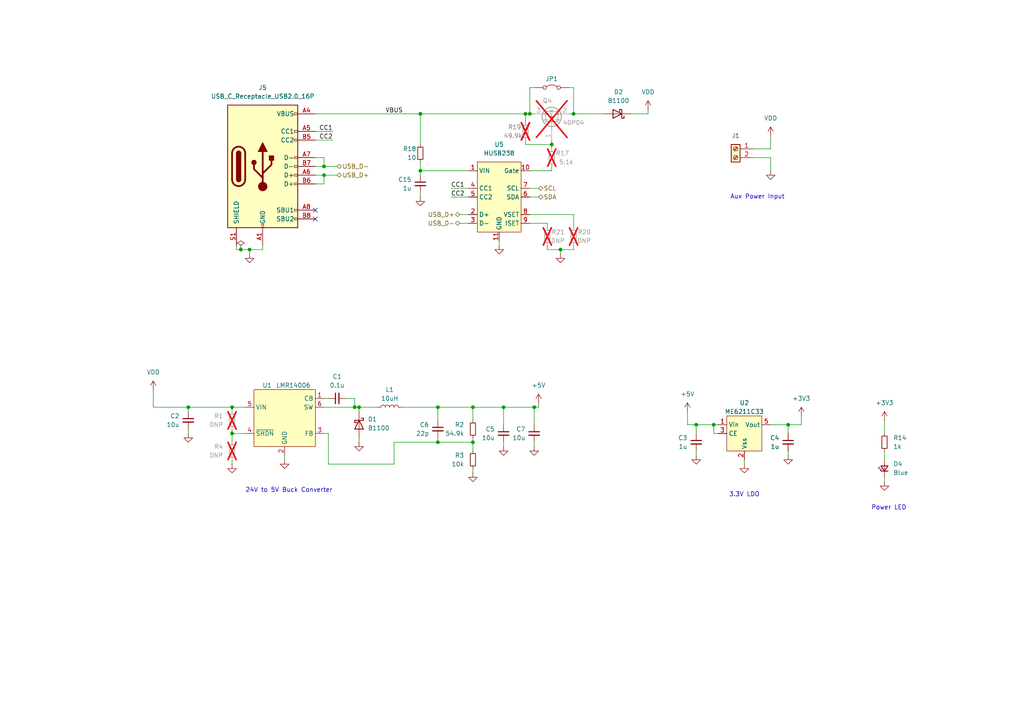
<source format=kicad_sch>
(kicad_sch (version 20231120) (generator "eeschema") (generator_version "8.0")
  (paper "A4")
  (lib_symbols
    (symbol "Connector:Screw_Terminal_01x02" (pin_names (offset 1.016) hide)
      (property "Reference" "J" (at 0 2.54 0))
      (property "Value" "Screw_Terminal_01x02" (at 0 -5.08 0))
      (symbol "Screw_Terminal_01x02_1_1"
        (rectangle (start -1.27 1.27) (end 1.27 -3.81) (stroke (width 0.254)) (fill (type background)))
        (circle (center 0 -2.54) (radius 0.635) (stroke (width 0.1524)))
        (polyline (pts (xy -0.5334 -2.2098) (xy 0.3302 -3.048)) (stroke (width 0.1524)))
        (polyline (pts (xy -0.5334 0.3302) (xy 0.3302 -0.508)) (stroke (width 0.1524)))
        (polyline (pts (xy -0.3556 -2.032) (xy 0.508 -2.8702)) (stroke (width 0.1524)))
        (polyline (pts (xy -0.3556 0.508) (xy 0.508 -0.3302)) (stroke (width 0.1524)))
        (circle (center 0 0) (radius 0.635) (stroke (width 0.1524)))
        (pin passive line (at -5.08 0 0) (length 3.81) (name "Pin_1") (number "1"))
        (pin passive line (at -5.08 -2.54 0) (length 3.81) (name "Pin_2") (number "2"))
      )
    )
    (symbol "Connector:USB_C_Receptacle_USB2.0_16P" (pin_names (offset 1.016))
      (property "Reference" "J" (at 0 22.225 0))
      (property "Value" "USB_C_Receptacle_USB2.0_16P" (at 0 19.685 0))
      (symbol "USB_C_Receptacle_USB2.0_16P_0_0"
        (rectangle (start -0.254 -17.78) (end 0.254 -16.764))
        (rectangle (start 10.16 -14.986) (end 9.144 -15.494))
        (rectangle (start 10.16 -12.446) (end 9.144 -12.954))
        (rectangle (start 10.16 -4.826) (end 9.144 -5.334))
        (rectangle (start 10.16 -2.286) (end 9.144 -2.794))
        (rectangle (start 10.16 0.254) (end 9.144 -0.254))
        (rectangle (start 10.16 2.794) (end 9.144 2.286))
        (rectangle (start 10.16 7.874) (end 9.144 7.366))
        (rectangle (start 10.16 10.414) (end 9.144 9.906))
        (rectangle (start 10.16 15.494) (end 9.144 14.986))
      )
      (symbol "USB_C_Receptacle_USB2.0_16P_0_1"
        (rectangle (start -10.16 17.78) (end 10.16 -17.78) (stroke (width 0.254)) (fill (type background)))
        (arc (start -8.89 -3.81) (mid -6.985 -5.7067) (end -5.08 -3.81) (stroke (width 0.508)))
        (arc (start -7.62 -3.81) (mid -6.985 -4.4423) (end -6.35 -3.81) (stroke (width 0.254)))
        (arc (start -7.62 -3.81) (mid -6.985 -4.4423) (end -6.35 -3.81) (stroke (width 0.254)) (fill (type outline)))
        (rectangle (start -7.62 -3.81) (end -6.35 3.81) (stroke (width 0.254)) (fill (type outline)))
        (arc (start -6.35 3.81) (mid -6.985 4.4423) (end -7.62 3.81) (stroke (width 0.254)))
        (arc (start -6.35 3.81) (mid -6.985 4.4423) (end -7.62 3.81) (stroke (width 0.254)) (fill (type outline)))
        (arc (start -5.08 3.81) (mid -6.985 5.7067) (end -8.89 3.81) (stroke (width 0.508)))
        (circle (center -2.54 1.143) (radius 0.635) (stroke (width 0.254)) (fill (type outline)))
        (circle (center 0 -5.842) (radius 1.27) (fill (type outline)))
        (polyline (pts (xy -8.89 -3.81) (xy -8.89 3.81)) (stroke (width 0.508)))
        (polyline (pts (xy -5.08 3.81) (xy -5.08 -3.81)) (stroke (width 0.508)))
        (polyline (pts (xy 0 -5.842) (xy 0 4.318)) (stroke (width 0.508)))
        (polyline (pts (xy 0 -3.302) (xy -2.54 -0.762) (xy -2.54 0.508)) (stroke (width 0.508)))
        (polyline (pts (xy 0 -2.032) (xy 2.54 0.508) (xy 2.54 1.778)) (stroke (width 0.508)))
        (polyline (pts (xy -1.27 4.318) (xy 0 6.858) (xy 1.27 4.318) (xy -1.27 4.318)) (stroke (width 0.254)) (fill (type outline)))
        (rectangle (start 1.905 1.778) (end 3.175 3.048) (stroke (width 0.254)) (fill (type outline)))
      )
      (symbol "USB_C_Receptacle_USB2.0_16P_1_1"
        (pin passive line (at 0 -22.86 90) (length 5.08) (name "GND") (number "A1"))
        (pin passive line (at 0 -22.86 90) (length 5.08) hide (name "GND") (number "A12"))
        (pin passive line (at 15.24 15.24 180) (length 5.08) (name "VBUS") (number "A4"))
        (pin bidirectional line (at 15.24 10.16 180) (length 5.08) (name "CC1") (number "A5"))
        (pin bidirectional line (at 15.24 -2.54 180) (length 5.08) (name "D+") (number "A6"))
        (pin bidirectional line (at 15.24 2.54 180) (length 5.08) (name "D-") (number "A7"))
        (pin bidirectional line (at 15.24 -12.7 180) (length 5.08) (name "SBU1") (number "A8"))
        (pin passive line (at 15.24 15.24 180) (length 5.08) hide (name "VBUS") (number "A9"))
        (pin passive line (at 0 -22.86 90) (length 5.08) hide (name "GND") (number "B1"))
        (pin passive line (at 0 -22.86 90) (length 5.08) hide (name "GND") (number "B12"))
        (pin passive line (at 15.24 15.24 180) (length 5.08) hide (name "VBUS") (number "B4"))
        (pin bidirectional line (at 15.24 7.62 180) (length 5.08) (name "CC2") (number "B5"))
        (pin bidirectional line (at 15.24 -5.08 180) (length 5.08) (name "D+") (number "B6"))
        (pin bidirectional line (at 15.24 0 180) (length 5.08) (name "D-") (number "B7"))
        (pin bidirectional line (at 15.24 -15.24 180) (length 5.08) (name "SBU2") (number "B8"))
        (pin passive line (at 15.24 15.24 180) (length 5.08) hide (name "VBUS") (number "B9"))
        (pin passive line (at -7.62 -22.86 90) (length 5.08) (name "SHIELD") (number "S1"))
      )
    )
    (symbol "Device:C_Small" (pin_numbers hide) (pin_names (offset 0.254) hide)
      (property "Reference" "C" (at 0.254 1.778 0))
      (property "Value" "C_Small" (at 0.254 -2.032 0))
      (symbol "C_Small_0_1"
        (polyline (pts (xy -1.524 -0.508) (xy 1.524 -0.508)) (stroke (width 0.3302)))
        (polyline (pts (xy -1.524 0.508) (xy 1.524 0.508)) (stroke (width 0.3048)))
      )
      (symbol "C_Small_1_1"
        (pin passive line (at 0 2.54 270) (length 2.032) (name "~") (number "1"))
        (pin passive line (at 0 -2.54 90) (length 2.032) (name "~") (number "2"))
      )
    )
    (symbol "Device:D_Schottky" (pin_numbers hide) (pin_names (offset 1.016) hide)
      (property "Reference" "D" (at 0 2.54 0))
      (property "Value" "D_Schottky" (at 0 -2.54 0))
      (symbol "D_Schottky_0_1"
        (polyline (pts (xy 1.27 0) (xy -1.27 0)))
        (polyline (pts (xy 1.27 1.27) (xy 1.27 -1.27) (xy -1.27 0) (xy 1.27 1.27)) (stroke (width 0.254)))
        (polyline (pts (xy -1.905 0.635) (xy -1.905 1.27) (xy -1.27 1.27) (xy -1.27 -1.27) (xy -0.635 -1.27) (xy -0.635 -0.635)) (stroke (width 0.254)))
      )
      (symbol "D_Schottky_1_1"
        (pin passive line (at -3.81 0 0) (length 2.54) (name "K") (number "1"))
        (pin passive line (at 3.81 0 180) (length 2.54) (name "A") (number "2"))
      )
    )
    (symbol "Device:L" (pin_numbers hide) (pin_names (offset 1.016) hide)
      (property "Reference" "L" (at -1.27 0 90))
      (property "Value" "L" (at 1.905 0 90))
      (symbol "L_0_1"
        (arc (start 0 -2.54) (mid 0.6323 -1.905) (end 0 -1.27))
        (arc (start 0 -1.27) (mid 0.6323 -0.635) (end 0 0))
        (arc (start 0 0) (mid 0.6323 0.635) (end 0 1.27))
        (arc (start 0 1.27) (mid 0.6323 1.905) (end 0 2.54))
      )
      (symbol "L_1_1"
        (pin passive line (at 0 3.81 270) (length 1.27) (name "1") (number "1"))
        (pin passive line (at 0 -3.81 90) (length 1.27) (name "2") (number "2"))
      )
    )
    (symbol "Device:LED_Small" (pin_numbers hide) (pin_names (offset 0.254) hide)
      (property "Reference" "D" (at -1.27 3.175 0))
      (property "Value" "LED_Small" (at -4.445 -2.54 0))
      (symbol "LED_Small_0_1"
        (polyline (pts (xy -0.762 -1.016) (xy -0.762 1.016)) (stroke (width 0.254)))
        (polyline (pts (xy 1.016 0) (xy -0.762 0)))
        (polyline (pts (xy 0.762 -1.016) (xy -0.762 0) (xy 0.762 1.016) (xy 0.762 -1.016)) (stroke (width 0.254)))
        (polyline (pts (xy 0 0.762) (xy -0.508 1.27) (xy -0.254 1.27) (xy -0.508 1.27) (xy -0.508 1.016)))
        (polyline (pts (xy 0.508 1.27) (xy 0 1.778) (xy 0.254 1.778) (xy 0 1.778) (xy 0 1.524)))
      )
      (symbol "LED_Small_1_1"
        (pin passive line (at -2.54 0 0) (length 1.778) (name "K") (number "1"))
        (pin passive line (at 2.54 0 180) (length 1.778) (name "A") (number "2"))
      )
    )
    (symbol "Device:Q_PMOS_GDS" (pin_names (offset 0) hide)
      (property "Reference" "Q" (at 5.08 1.27 0))
      (property "Value" "Q_PMOS_GDS" (at 5.08 -1.27 0))
      (symbol "Q_PMOS_GDS_0_1"
        (polyline (pts (xy 0.254 0) (xy -2.54 0)))
        (polyline (pts (xy 0.254 1.905) (xy 0.254 -1.905)) (stroke (width 0.254)))
        (polyline (pts (xy 0.762 -1.27) (xy 0.762 -2.286)) (stroke (width 0.254)))
        (polyline (pts (xy 0.762 0.508) (xy 0.762 -0.508)) (stroke (width 0.254)))
        (polyline (pts (xy 0.762 2.286) (xy 0.762 1.27)) (stroke (width 0.254)))
        (polyline (pts (xy 2.54 2.54) (xy 2.54 1.778)))
        (polyline (pts (xy 2.54 -2.54) (xy 2.54 0) (xy 0.762 0)))
        (polyline (pts (xy 0.762 1.778) (xy 3.302 1.778) (xy 3.302 -1.778) (xy 0.762 -1.778)))
        (polyline (pts (xy 2.286 0) (xy 1.27 0.381) (xy 1.27 -0.381) (xy 2.286 0)) (fill (type outline)))
        (polyline (pts (xy 2.794 -0.508) (xy 2.921 -0.381) (xy 3.683 -0.381) (xy 3.81 -0.254)))
        (polyline (pts (xy 3.302 -0.381) (xy 2.921 0.254) (xy 3.683 0.254) (xy 3.302 -0.381)))
        (circle (center 1.651 0) (radius 2.794) (stroke (width 0.254)))
        (circle (center 2.54 -1.778) (radius 0.254) (fill (type outline)))
        (circle (center 2.54 1.778) (radius 0.254) (fill (type outline)))
      )
      (symbol "Q_PMOS_GDS_1_1"
        (pin input line (at -5.08 0 0) (length 2.54) (name "G") (number "1"))
        (pin passive line (at 2.54 5.08 270) (length 2.54) (name "D") (number "2"))
        (pin passive line (at 2.54 -5.08 90) (length 2.54) (name "S") (number "3"))
      )
    )
    (symbol "Device:R_Small" (pin_numbers hide) (pin_names (offset 0.254) hide)
      (property "Reference" "R" (at 0.762 0.508 0))
      (property "Value" "R_Small" (at 0.762 -1.016 0))
      (symbol "R_Small_0_1"
        (rectangle (start -0.762 1.778) (end 0.762 -1.778) (stroke (width 0.2032)))
      )
      (symbol "R_Small_1_1"
        (pin passive line (at 0 2.54 270) (length 0.762) (name "~") (number "1"))
        (pin passive line (at 0 -2.54 90) (length 0.762) (name "~") (number "2"))
      )
    )
    (symbol "Jumper:Jumper_2_Bridged" (pin_numbers hide) (pin_names (offset 0) hide) (exclude_from_sim yes)
      (property "Reference" "JP" (at 0 1.905 0))
      (property "Value" "Jumper_2_Bridged" (at 0 -2.54 0))
      (symbol "Jumper_2_Bridged_0_0"
        (circle (center -2.032 0) (radius 0.508))
        (circle (center 2.032 0) (radius 0.508))
      )
      (symbol "Jumper_2_Bridged_0_1"
        (arc (start 1.524 0.254) (mid 0 0.762) (end -1.524 0.254))
      )
      (symbol "Jumper_2_Bridged_1_1"
        (pin passive line (at -5.08 0 0) (length 2.54) (name "A") (number "1"))
        (pin passive line (at 5.08 0 180) (length 2.54) (name "B") (number "2"))
      )
    )
    (symbol "OSSM:HUSB238_002DD"
      (property "Reference" "U" (at 0 10.16 0))
      (property "Value" "HUSB238" (at -6.35 3.81 0))
      (symbol "HUSB238_002DD_1_1"
        (rectangle (start -6.35 7.62) (end 6.35 -12.7) (fill (type background)))
        (pin power_in line (at -8.89 5.08 0) (length 2.54) (name "VIN") (number "1"))
        (pin input line (at 8.89 5.08 180) (length 2.54) (name "Gate") (number "10"))
        (pin power_in line (at 0 -15.24 90) (length 2.54) (name "GND") (number "11"))
        (pin input line (at -8.89 -7.62 0) (length 2.54) (name "D+") (number "2"))
        (pin input line (at -8.89 -10.16 0) (length 2.54) (name "D-") (number "3"))
        (pin input line (at -8.89 0 0) (length 2.54) (name "CC1") (number "4"))
        (pin input line (at -8.89 -2.54 0) (length 2.54) (name "CC2") (number "5"))
        (pin input line (at 8.89 -2.54 180) (length 2.54) (name "SDA") (number "6"))
        (pin input line (at 8.89 0 180) (length 2.54) (name "SCL") (number "7"))
        (pin input line (at 8.89 -7.62 180) (length 2.54) (name "VSET") (number "8"))
        (pin input line (at 8.89 -10.16 180) (length 2.54) (name "ISET") (number "9"))
      )
    )
    (symbol "OSSM:LMR14006"
      (property "Reference" "U" (at -7.62 7.62 0))
      (symbol "LMR14006_1_1"
        (rectangle (start -8.89 7.62) (end 8.89 -8.89) (fill (type background)))
        (pin input line (at 11.43 5.08 180) (length 2.54) (name "CB") (number "1"))
        (pin power_in line (at 0 -11.43 90) (length 2.54) (name "GND") (number "2"))
        (pin input line (at 11.43 -5.08 180) (length 2.54) (name "FB") (number "3"))
        (pin input line (at -11.43 -5.08 0) (length 2.54) (name "~{SHDN}") (number "4"))
        (pin power_in line (at -11.43 2.54 0) (length 2.54) (name "VIN") (number "5"))
        (pin input line (at 11.43 2.54 180) (length 2.54) (name "SW") (number "6"))
      )
    )
    (symbol "OSSM:ME6211C"
      (property "Reference" "U" (at -5.08 7.62 0))
      (symbol "ME6211C_1_1"
        (rectangle (start -5.08 5.08) (end 5.08 -5.08) (fill (type background)))
        (pin power_in line (at -7.62 2.54 0) (length 2.54) (name "Vin") (number "1"))
        (pin power_in line (at 0 -7.62 90) (length 2.54) (name "Vss") (number "2"))
        (pin input line (at -7.62 0 0) (length 2.54) (name "CE") (number "3"))
        (pin no_connect line (at 7.62 -2.54 180) (length 2.54) hide (name "NC") (number "4"))
        (pin power_out line (at 7.62 2.54 180) (length 2.54) (name "Vout") (number "5"))
      )
    )
    (symbol "power:+3V3" (power) (pin_numbers hide) (pin_names (offset 0) hide)
      (property "Value" "+3V3" (at 0 3.556 0))
      (symbol "+3V3_0_1"
        (polyline (pts (xy -0.762 1.27) (xy 0 2.54)))
        (polyline (pts (xy 0 0) (xy 0 2.54)))
        (polyline (pts (xy 0 2.54) (xy 0.762 1.27)))
      )
      (symbol "+3V3_1_1"
        (pin power_in line (at 0 0 90) (length 0) (name "~") (number "1"))
      )
    )
    (symbol "power:+5V" (power) (pin_numbers hide) (pin_names (offset 0) hide)
      (property "Value" "+5V" (at 0 3.556 0))
      (symbol "+5V_0_1"
        (polyline (pts (xy -0.762 1.27) (xy 0 2.54)))
        (polyline (pts (xy 0 0) (xy 0 2.54)))
        (polyline (pts (xy 0 2.54) (xy 0.762 1.27)))
      )
      (symbol "+5V_1_1"
        (pin power_in line (at 0 0 90) (length 0) (name "~") (number "1"))
      )
    )
    (symbol "power:GND" (power) (pin_numbers hide) (pin_names (offset 0) hide)
      (property "Value" "GND" (at 0 -3.81 0))
      (symbol "GND_0_1"
        (polyline (pts (xy 0 0) (xy 0 -1.27) (xy 1.27 -1.27) (xy 0 -2.54) (xy -1.27 -1.27) (xy 0 -1.27)))
      )
      (symbol "GND_1_1"
        (pin power_in line (at 0 0 270) (length 0) (name "~") (number "1"))
      )
    )
    (symbol "power:PWR_FLAG" (power) (pin_numbers hide) (pin_names (offset 0) hide)
      (property "Value" "PWR_FLAG" (at 0 3.81 0))
      (symbol "PWR_FLAG_0_0"
        (pin power_out line (at 0 0 90) (length 0) (name "~") (number "1"))
      )
      (symbol "PWR_FLAG_0_1"
        (polyline (pts (xy 0 0) (xy 0 1.27) (xy -1.016 1.905) (xy 0 2.54) (xy 1.016 1.905) (xy 0 1.27)))
      )
    )
    (symbol "power:VDD" (power) (pin_numbers hide) (pin_names (offset 0) hide)
      (property "Value" "VDD" (at 0 3.556 0))
      (symbol "VDD_0_1"
        (polyline (pts (xy -0.762 1.27) (xy 0 2.54)))
        (polyline (pts (xy 0 0) (xy 0 2.54)))
        (polyline (pts (xy 0 2.54) (xy 0.762 1.27)))
      )
      (symbol "VDD_1_1"
        (pin power_in line (at 0 0 90) (length 0) (name "~") (number "1"))
      )
    )
  )
  (junction (at 228.6 123.19))
  (junction (at 72.39 72.39))
  (junction (at 152.4 33.02))
  (junction (at 102.87 118.11))
  (junction (at 166.37 33.02))
  (junction (at 127 128.27))
  (junction (at 153.67 33.02))
  (junction (at 121.92 49.53))
  (junction (at 93.98 48.26))
  (junction (at 69.85 72.39))
  (junction (at 154.94 118.11))
  (junction (at 93.98 50.8))
  (junction (at 160.02 41.91))
  (junction (at 137.16 128.27))
  (junction (at 201.93 123.19))
  (junction (at 67.31 125.73))
  (junction (at 104.14 118.11))
  (junction (at 67.31 118.11))
  (junction (at 162.56 72.39))
  (junction (at 127 118.11))
  (junction (at 54.61 118.11))
  (junction (at 137.16 118.11))
  (junction (at 207.01 123.19))
  (junction (at 121.92 33.02))
  (junction (at 146.05 118.11))
  (no_connect (at 91.44 60.96))
  (no_connect (at 91.44 63.5))
  (wire (pts (xy 154.94 25.4) (xy 153.67 25.4)))
  (wire (pts (xy 182.88 33.02) (xy 187.96 33.02)))
  (wire (pts (xy 137.16 128.27) (xy 137.16 127)))
  (wire (pts (xy 71.12 125.73) (xy 67.31 125.73)))
  (wire (pts (xy 93.98 50.8) (xy 97.79 50.8)))
  (wire (pts (xy 93.98 45.72) (xy 93.98 48.26)))
  (wire (pts (xy 104.14 127) (xy 104.14 128.27)))
  (wire (pts (xy 201.93 123.19) (xy 207.01 123.19)))
  (wire (pts (xy 121.92 41.91) (xy 121.92 33.02)))
  (wire (pts (xy 135.89 57.15) (xy 130.81 57.15)))
  (wire (pts (xy 91.44 40.64) (xy 96.52 40.64)))
  (wire (pts (xy 121.92 46.99) (xy 121.92 49.53)))
  (wire (pts (xy 228.6 123.19) (xy 228.6 125.73)))
  (wire (pts (xy 116.84 118.11) (xy 127 118.11)))
  (wire (pts (xy 44.45 118.11) (xy 54.61 118.11)))
  (wire (pts (xy 71.12 118.11) (xy 67.31 118.11)))
  (wire (pts (xy 153.67 33.02) (xy 154.94 33.02)))
  (wire (pts (xy 67.31 133.35) (xy 67.31 134.62)))
  (wire (pts (xy 154.94 118.11) (xy 146.05 118.11)))
  (wire (pts (xy 95.25 134.62) (xy 114.3 134.62)))
  (wire (pts (xy 158.75 71.12) (xy 158.75 72.39)))
  (wire (pts (xy 91.44 33.02) (xy 121.92 33.02)))
  (wire (pts (xy 207.01 125.73) (xy 207.01 123.19)))
  (wire (pts (xy 160.02 40.64) (xy 160.02 41.91)))
  (wire (pts (xy 91.44 45.72) (xy 93.98 45.72)))
  (wire (pts (xy 153.67 25.4) (xy 153.67 33.02)))
  (wire (pts (xy 144.78 69.85) (xy 144.78 71.12)))
  (wire (pts (xy 44.45 113.03) (xy 44.45 118.11)))
  (wire (pts (xy 93.98 125.73) (xy 95.25 125.73)))
  (wire (pts (xy 121.92 33.02) (xy 152.4 33.02)))
  (wire (pts (xy 154.94 118.11) (xy 154.94 123.19)))
  (wire (pts (xy 121.92 55.88) (xy 121.92 57.15)))
  (wire (pts (xy 228.6 123.19) (xy 232.41 123.19)))
  (wire (pts (xy 137.16 135.89) (xy 137.16 137.16)))
  (wire (pts (xy 207.01 123.19) (xy 208.28 123.19)))
  (wire (pts (xy 93.98 53.34) (xy 91.44 53.34)))
  (wire (pts (xy 256.54 130.81) (xy 256.54 133.35)))
  (wire (pts (xy 135.89 49.53) (xy 121.92 49.53)))
  (wire (pts (xy 93.98 50.8) (xy 93.98 53.34)))
  (wire (pts (xy 93.98 115.57) (xy 95.25 115.57)))
  (wire (pts (xy 232.41 120.65) (xy 232.41 123.19)))
  (wire (pts (xy 91.44 48.26) (xy 93.98 48.26)))
  (wire (pts (xy 146.05 128.27) (xy 146.05 129.54)))
  (wire (pts (xy 127 128.27) (xy 137.16 128.27)))
  (wire (pts (xy 208.28 125.73) (xy 207.01 125.73)))
  (wire (pts (xy 166.37 25.4) (xy 166.37 33.02)))
  (wire (pts (xy 166.37 72.39) (xy 166.37 71.12)))
  (wire (pts (xy 133.35 62.23) (xy 135.89 62.23)))
  (wire (pts (xy 137.16 118.11) (xy 137.16 121.92)))
  (wire (pts (xy 256.54 121.92) (xy 256.54 125.73)))
  (wire (pts (xy 162.56 72.39) (xy 166.37 72.39)))
  (wire (pts (xy 153.67 49.53) (xy 160.02 49.53)))
  (wire (pts (xy 152.4 35.56) (xy 152.4 33.02)))
  (wire (pts (xy 67.31 125.73) (xy 67.31 124.46)))
  (wire (pts (xy 223.52 45.72) (xy 223.52 49.53)))
  (wire (pts (xy 154.94 128.27) (xy 154.94 129.54)))
  (wire (pts (xy 72.39 72.39) (xy 76.2 72.39)))
  (wire (pts (xy 69.85 72.39) (xy 72.39 72.39)))
  (wire (pts (xy 146.05 118.11) (xy 137.16 118.11)))
  (wire (pts (xy 160.02 41.91) (xy 160.02 43.18)))
  (wire (pts (xy 162.56 72.39) (xy 162.56 73.66)))
  (wire (pts (xy 68.58 72.39) (xy 69.85 72.39)))
  (wire (pts (xy 152.4 41.91) (xy 160.02 41.91)))
  (wire (pts (xy 91.44 38.1) (xy 96.52 38.1)))
  (wire (pts (xy 127 118.11) (xy 127 121.92)))
  (wire (pts (xy 93.98 48.26) (xy 97.79 48.26)))
  (wire (pts (xy 166.37 62.23) (xy 166.37 66.04)))
  (wire (pts (xy 100.33 115.57) (xy 102.87 115.57)))
  (wire (pts (xy 228.6 130.81) (xy 228.6 132.08)))
  (wire (pts (xy 72.39 72.39) (xy 72.39 73.66)))
  (wire (pts (xy 160.02 49.53) (xy 160.02 48.26)))
  (wire (pts (xy 153.67 64.77) (xy 158.75 64.77)))
  (wire (pts (xy 91.44 50.8) (xy 93.98 50.8)))
  (wire (pts (xy 166.37 33.02) (xy 175.26 33.02)))
  (wire (pts (xy 158.75 72.39) (xy 162.56 72.39)))
  (wire (pts (xy 165.1 25.4) (xy 166.37 25.4)))
  (wire (pts (xy 153.67 54.61) (xy 156.21 54.61)))
  (wire (pts (xy 201.93 130.81) (xy 201.93 132.08)))
  (wire (pts (xy 102.87 115.57) (xy 102.87 118.11)))
  (wire (pts (xy 114.3 134.62) (xy 114.3 128.27)))
  (wire (pts (xy 104.14 118.11) (xy 109.22 118.11)))
  (wire (pts (xy 68.58 71.12) (xy 68.58 72.39)))
  (wire (pts (xy 256.54 138.43) (xy 256.54 139.7)))
  (wire (pts (xy 223.52 123.19) (xy 228.6 123.19)))
  (wire (pts (xy 223.52 43.18) (xy 223.52 39.37)))
  (wire (pts (xy 127 118.11) (xy 137.16 118.11)))
  (wire (pts (xy 76.2 72.39) (xy 76.2 71.12)))
  (wire (pts (xy 158.75 64.77) (xy 158.75 66.04)))
  (wire (pts (xy 137.16 128.27) (xy 137.16 130.81)))
  (wire (pts (xy 133.35 64.77) (xy 135.89 64.77)))
  (wire (pts (xy 54.61 118.11) (xy 67.31 118.11)))
  (wire (pts (xy 199.39 119.38) (xy 199.39 123.19)))
  (wire (pts (xy 201.93 123.19) (xy 201.93 125.73)))
  (wire (pts (xy 218.44 43.18) (xy 223.52 43.18)))
  (wire (pts (xy 82.55 132.08) (xy 82.55 133.35)))
  (wire (pts (xy 199.39 123.19) (xy 201.93 123.19)))
  (wire (pts (xy 95.25 125.73) (xy 95.25 134.62)))
  (wire (pts (xy 93.98 118.11) (xy 102.87 118.11)))
  (wire (pts (xy 54.61 124.46) (xy 54.61 125.73)))
  (wire (pts (xy 152.4 40.64) (xy 152.4 41.91)))
  (wire (pts (xy 165.1 33.02) (xy 166.37 33.02)))
  (wire (pts (xy 127 127) (xy 127 128.27)))
  (wire (pts (xy 121.92 49.53) (xy 121.92 50.8)))
  (wire (pts (xy 54.61 119.38) (xy 54.61 118.11)))
  (wire (pts (xy 215.9 133.35) (xy 215.9 134.62)))
  (wire (pts (xy 104.14 118.11) (xy 104.14 119.38)))
  (wire (pts (xy 153.67 62.23) (xy 166.37 62.23)))
  (wire (pts (xy 67.31 118.11) (xy 67.31 119.38)))
  (wire (pts (xy 156.21 118.11) (xy 154.94 118.11)))
  (wire (pts (xy 187.96 33.02) (xy 187.96 31.75)))
  (wire (pts (xy 135.89 54.61) (xy 130.81 54.61)))
  (wire (pts (xy 152.4 33.02) (xy 153.67 33.02)))
  (wire (pts (xy 153.67 57.15) (xy 156.21 57.15)))
  (wire (pts (xy 146.05 118.11) (xy 146.05 123.19)))
  (wire (pts (xy 67.31 125.73) (xy 67.31 128.27)))
  (wire (pts (xy 114.3 128.27) (xy 127 128.27)))
  (wire (pts (xy 102.87 118.11) (xy 104.14 118.11)))
  (wire (pts (xy 218.44 45.72) (xy 223.52 45.72)))
  (wire (pts (xy 156.21 116.84) (xy 156.21 118.11)))
  (text "Power LED" (at 257.81 147.32 0) (effects (font (size 1.27 1.27))))
  (text "Aux Power Input" (at 219.71 57.15 0) (effects (font (size 1.27 1.27))))
  (text "3.3V LDO" (at 215.9 143.51 0) (effects (font (size 1.27 1.27))))
  (text "24V to 5V Buck Converter" (at 83.82 142.24 0) (effects (font (size 1.27 1.27))))
  (label "VBUS" (at 111.76 33.02 0))
  (label "CC2" (at 130.81 57.15 0))
  (label "CC1" (at 130.81 54.61 0))
  (label "CC2" (at 96.52 40.64 180))
  (label "CC1" (at 96.52 38.1 180))
  (hierarchical_label "USB_D-" (shape bidirectional) (at 133.35 64.77 180))
  (hierarchical_label "USB_D-" (shape bidirectional) (at 97.79 48.26 0))
  (hierarchical_label "USB_D+" (shape bidirectional) (at 97.79 50.8 0))
  (hierarchical_label "SCL" (shape bidirectional) (at 156.21 54.61 0))
  (hierarchical_label "USB_D+" (shape bidirectional) (at 133.35 62.23 180))
  (hierarchical_label "SDA" (shape bidirectional) (at 156.21 57.15 0))
  (symbol (lib_id "power:GND") (at 256.54 139.7 0) (unit 1)
    (property "Reference" "#PWR034" (effects (hide yes)))
    (property "Value" "GND" (effects (hide yes)))
    (property "Description" "Power symbol creates a global label with name \"GND\" , ground" (effects (hide yes)))
  )
  (symbol (lib_id "Device:R_Small") (at 121.92 44.45 180) (unit 1)
    (property "Reference" "R18" (at 116.84 43.18 0) (effects (justify right)))
    (property "Value" "10" (at 118.11 45.72 0) (effects (justify right)))
    (property "Footprint" "Resistor_SMD:R_0402_1005Metric" (effects (hide yes)))
    (property "Description" "Resistor, small symbol" (effects (hide yes)))
  )
  (symbol (lib_id "Device:LED_Small") (at 256.54 135.89 90) (unit 1)
    (property "Reference" "D4" (at 259.08 134.5564 90) (effects (justify right)))
    (property "Value" "Blue" (at 259.08 137.0964 90) (effects (justify right)))
    (property "Footprint" "LED_SMD:LED_0603_1608Metric" (effects (hide yes)))
    (property "Datasheet" "https://www.lcsc.com/datasheet/lcsc_datasheet_2308091127_TUOZHAN-F-0603-00026-P2-0603B1TS2-06T-001_C7496819.pdf" (effects (hide yes)))
    (property "Description" "Light emitting diode, small symbol" (effects (hide yes)))
    (property "MPN" "C7496819" (effects (hide yes)))
  )
  (symbol (lib_id "power:PWR_FLAG") (at 69.85 72.39 0) (unit 1)
    (property "Reference" "#FLG01" (effects (hide yes)))
    (property "Value" "PWR_FLAG" (effects (hide yes)))
    (property "Description" "Special symbol for telling ERC where power comes from" (effects (hide yes)))
  )
  (symbol (lib_id "power:GND") (at 215.9 134.62 0) (unit 1)
    (property "Reference" "#PWR01" (effects (hide yes)))
    (property "Value" "GND" (effects (hide yes)))
    (property "Description" "Power symbol creates a global label with name \"GND\" , ground" (effects (hide yes)))
  )
  (symbol (lib_id "Device:R_Small") (at 256.54 128.27 0) (unit 1)
    (property "Reference" "R14" (at 259.08 126.9999 0) (effects (justify left)))
    (property "Value" "1k" (at 259.08 129.5399 0) (effects (justify left)))
    (property "Footprint" "Resistor_SMD:R_0402_1005Metric" (effects (hide yes)))
    (property "Description" "Resistor, small symbol" (effects (hide yes)))
  )
  (symbol (lib_id "power:GND") (at 223.52 49.53 0) (unit 1)
    (property "Reference" "#PWR016" (effects (hide yes)))
    (property "Value" "GND" (effects (hide yes)))
    (property "Description" "Power symbol creates a global label with name \"GND\" , ground" (effects (hide yes)))
  )
  (symbol (lib_id "power:GND") (at 104.14 128.27 0) (unit 1)
    (property "Reference" "#PWR05" (effects (hide yes)))
    (property "Value" "GND" (effects (hide yes)))
    (property "Description" "Power symbol creates a global label with name \"GND\" , ground" (effects (hide yes)))
  )
  (symbol (lib_id "power:GND") (at 201.93 132.08 0) (unit 1)
    (property "Reference" "#PWR09" (effects (hide yes)))
    (property "Value" "GND" (effects (hide yes)))
    (property "Description" "Power symbol creates a global label with name \"GND\" , ground" (effects (hide yes)))
  )
  (symbol (lib_id "Device:C_Small") (at 228.6 128.27 0) (mirror y) (unit 1)
    (property "Reference" "C4" (at 226.06 127.0062 0) (effects (justify left)))
    (property "Value" "1u" (at 226.06 129.5462 0) (effects (justify left)))
    (property "Footprint" "Capacitor_SMD:C_0402_1005Metric" (effects (hide yes)))
    (property "Datasheet" "https://www.lcsc.com/product-detail/Multilayer-Ceramic-Capacitors-MLCC-SMD-SMT_Murata-Electronics-GRM155R61H105KE05D_C1518208.html" (effects (hide yes)))
    (property "Description" "Unpolarized capacitor, small symbol" (effects (hide yes)))
    (property "MPN" "C1518208" (effects (hide yes)))
  )
  (symbol (lib_id "Device:Q_PMOS_GDS") (at 160.02 35.56 270) (mirror x) (unit 1) (in_bom no) (dnp yes)
    (property "Reference" "Q4" (at 158.75 29.21 90))
    (property "Value" "40P04" (at 166.37 35.56 90))
    (property "Footprint" "Package_TO_SOT_SMD:TO-252-2" (effects (hide yes)))
    (property "Datasheet" "https://www.lcsc.com/datasheet/lcsc_datasheet_2403081627_HL-40P04_C21882500.pdf" (effects (hide yes)))
    (property "Description" "P-MOSFET transistor, gate/drain/source" (effects (hide yes)))
    (property "MPN" "C21882500" (effects (hide yes)))
  )
  (symbol (lib_id "Device:D_Schottky") (at 104.14 123.19 270) (unit 1)
    (property "Reference" "D1" (at 106.68 121.6024 90) (effects (justify left)))
    (property "Value" "B1100" (at 106.68 124.1424 90) (effects (justify left)))
    (property "Footprint" "Diode_SMD:D_SMA" (effects (hide yes)))
    (property "Datasheet" "https://wmsc.lcsc.com/wmsc/upload/file/pdf/v2/lcsc/2304140030_Diodes-Incorporated-B1100-13-F_C110106.pdf" (effects (hide yes)))
    (property "Description" "Schottky diode" (effects (hide yes)))
    (property "MPN" "C110106" (effects (hide yes)))
  )
  (symbol (lib_id "OSSM:LMR14006") (at 82.55 120.65 0) (unit 1)
    (property "Reference" "U1" (at 77.47 111.76 0))
    (property "Value" "LMR14006" (at 85.09 111.76 0))
    (property "Footprint" "Package_TO_SOT_SMD:SOT-23-6" (effects (hide yes)))
    (property "Datasheet" "https://www.ti.com/lit/ds/symlink/lmr14006.pdf" (effects (hide yes)))
    (property "MPN" "C477919" (effects (hide yes)))
  )
  (symbol (lib_id "power:+3V3") (at 232.41 120.65 0) (unit 1)
    (property "Reference" "#PWR03" (effects (hide yes)))
    (property "Value" "+3V3" (at 232.41 115.57 0))
    (property "Description" "Power symbol creates a global label with name \"+3V3\"" (effects (hide yes)))
  )
  (symbol (lib_id "OSSM:ME6211C") (at 215.9 125.73 0) (unit 1)
    (property "Reference" "U2" (at 215.9 116.84 0))
    (property "Value" "ME6211C33" (at 215.9 119.38 0))
    (property "Footprint" "Package_TO_SOT_SMD:SOT-23-5" (effects (hide yes)))
    (property "Datasheet" "https://www.lcsc.com/datasheet/lcsc_datasheet_1811131510_MICRONE-Nanjing-Micro-One-Elec-ME6211C33M5G-N_C82942.pdf" (effects (hide yes)))
    (property "MPN" "C82942" (effects (hide yes)))
  )
  (symbol (lib_id "power:+3V3") (at 256.54 121.92 0) (unit 1)
    (property "Reference" "#PWR033" (effects (hide yes)))
    (property "Value" "+3V3" (at 256.54 116.84 0))
    (property "Description" "Power symbol creates a global label with name \"+3V3\"" (effects (hide yes)))
  )
  (symbol (lib_id "Device:D_Schottky") (at 179.07 33.02 180) (unit 1)
    (property "Reference" "D2" (at 179.3875 26.67 0))
    (property "Value" "B1100" (at 179.3875 29.21 0))
    (property "Footprint" "Diode_SMD:D_SMA" (effects (hide yes)))
    (property "Datasheet" "https://wmsc.lcsc.com/wmsc/upload/file/pdf/v2/lcsc/2304140030_Diodes-Incorporated-B1100-13-F_C110106.pdf" (effects (hide yes)))
    (property "Description" "Schottky diode" (effects (hide yes)))
    (property "MPN" "C110106" (effects (hide yes)))
  )
  (symbol (lib_id "Device:R_Small") (at 137.16 124.46 0) (mirror y) (unit 1)
    (property "Reference" "R2" (at 134.62 123.1899 0) (effects (justify left)))
    (property "Value" "54.9k" (at 134.62 125.7299 0) (effects (justify left)))
    (property "Footprint" "Resistor_SMD:R_0402_1005Metric" (effects (hide yes)))
    (property "Description" "Resistor, small symbol" (effects (hide yes)))
  )
  (symbol (lib_id "OSSM:HUSB238_002DD") (at 144.78 54.61 0) (unit 1)
    (property "Reference" "U5" (at 144.78 41.91 0))
    (property "Value" "HUSB238" (at 144.78 44.45 0))
    (property "Footprint" "Package_DFN_QFN:DFN-10-1EP_3x3mm_P0.5mm_EP1.65x2.38mm_ThermalVias" (effects (hide yes)))
    (property "Datasheet" "https://cdn-learn.adafruit.com/assets/assets/000/125/150/original/husb238_datasheet_full.pdf" (effects (hide yes)))
    (property "MPN" "C7471904" (effects (hide yes)))
  )
  (symbol (lib_id "power:VDD") (at 187.96 31.75 0) (unit 1)
    (property "Reference" "#PWR042" (effects (hide yes)))
    (property "Value" "VDD" (at 187.96 26.67 0))
    (property "Description" "Power symbol creates a global label with name \"VDD\"" (effects (hide yes)))
  )
  (symbol (lib_id "power:+5V") (at 199.39 119.38 0) (unit 1)
    (property "Reference" "#PWR04" (effects (hide yes)))
    (property "Value" "+5V" (at 199.39 114.3 0))
    (property "Description" "Power symbol creates a global label with name \"+5V\"" (effects (hide yes)))
  )
  (symbol (lib_id "power:GND") (at 137.16 137.16 0) (unit 1)
    (property "Reference" "#PWR010" (effects (hide yes)))
    (property "Value" "GND" (effects (hide yes)))
    (property "Description" "Power symbol creates a global label with name \"GND\" , ground" (effects (hide yes)))
  )
  (symbol (lib_id "power:GND") (at 144.78 71.12 0) (unit 1)
    (property "Reference" "#PWR043" (effects (hide yes)))
    (property "Value" "GND" (effects (hide yes)))
    (property "Description" "Power symbol creates a global label with name \"GND\" , ground" (effects (hide yes)))
  )
  (symbol (lib_id "Device:R_Small") (at 166.37 68.58 0) (mirror x) (unit 1) (in_bom no) (dnp yes)
    (property "Reference" "R20" (at 171.45 67.31 0) (effects (justify right)))
    (property "Value" "DNP" (at 171.45 69.85 0) (effects (justify right)))
    (property "Footprint" "Resistor_SMD:R_0402_1005Metric" (effects (hide yes)))
    (property "Description" "Resistor, small symbol" (effects (hide yes)))
  )
  (symbol (lib_id "Device:R_Small") (at 137.16 133.35 0) (mirror y) (unit 1)
    (property "Reference" "R3" (at 134.62 132.0799 0) (effects (justify left)))
    (property "Value" "10k" (at 134.62 134.6199 0) (effects (justify left)))
    (property "Footprint" "Resistor_SMD:R_0402_1005Metric" (effects (hide yes)))
    (property "Description" "Resistor, small symbol" (effects (hide yes)))
  )
  (symbol (lib_id "Device:C_Small") (at 146.05 125.73 0) (mirror y) (unit 1)
    (property "Reference" "C5" (at 143.51 124.4662 0) (effects (justify left)))
    (property "Value" "10u" (at 143.51 127.0062 0) (effects (justify left)))
    (property "Footprint" "Capacitor_SMD:C_0603_1608Metric" (effects (hide yes)))
    (property "Datasheet" "https://www.lcsc.com/product-detail/Multilayer-Ceramic-Capacitors-MLCC-SMD-SMT_Murata-Electronics-GRM188R6YA106MA73D_C194427.html" (effects (hide yes)))
    (property "Description" "Unpolarized capacitor, small symbol" (effects (hide yes)))
    (property "MPN" "C194427" (effects (hide yes)))
  )
  (symbol (lib_id "power:GND") (at 72.39 73.66 0) (unit 1)
    (property "Reference" "#PWR041" (effects (hide yes)))
    (property "Value" "GND" (effects (hide yes)))
    (property "Description" "Power symbol creates a global label with name \"GND\" , ground" (effects (hide yes)))
  )
  (symbol (lib_id "Device:C_Small") (at 154.94 125.73 0) (mirror y) (unit 1)
    (property "Reference" "C7" (at 152.4 124.4662 0) (effects (justify left)))
    (property "Value" "10u" (at 152.4 127.0062 0) (effects (justify left)))
    (property "Footprint" "Capacitor_SMD:C_0603_1608Metric" (effects (hide yes)))
    (property "Datasheet" "https://www.lcsc.com/product-detail/Multilayer-Ceramic-Capacitors-MLCC-SMD-SMT_Murata-Electronics-GRM188R6YA106MA73D_C194427.html" (effects (hide yes)))
    (property "Description" "Unpolarized capacitor, small symbol" (effects (hide yes)))
    (property "MPN" "C194427" (effects (hide yes)))
  )
  (symbol (lib_id "Device:R_Small") (at 160.02 45.72 0) (mirror x) (unit 1) (in_bom no) (dnp yes)
    (property "Reference" "R17" (at 165.1 44.45 0) (effects (justify right)))
    (property "Value" "5.1k" (at 166.37 46.99 0) (effects (justify right)))
    (property "Footprint" "Resistor_SMD:R_0402_1005Metric" (effects (hide yes)))
    (property "Description" "Resistor, small symbol" (effects (hide yes)))
    (property "MPN" "C278598" (effects (hide yes)))
  )
  (symbol (lib_id "Device:C_Small") (at 127 124.46 0) (mirror y) (unit 1)
    (property "Reference" "C6" (at 124.46 123.1962 0) (effects (justify left)))
    (property "Value" "22p" (at 124.46 125.7362 0) (effects (justify left)))
    (property "Footprint" "Capacitor_SMD:C_0402_1005Metric" (effects (hide yes)))
    (property "Datasheet" "https://www.lcsc.com/product-detail/Multilayer-Ceramic-Capacitors-MLCC-SMD-SMT_Murata-Electronics-GRM1555C1H220JA01D_C76960.html" (effects (hide yes)))
    (property "Description" "Unpolarized capacitor, small symbol" (effects (hide yes)))
    (property "MPN" "C76960" (effects (hide yes)))
  )
  (symbol (lib_id "power:GND") (at 162.56 73.66 0) (unit 1)
    (property "Reference" "#PWR045" (effects (hide yes)))
    (property "Value" "GND" (effects (hide yes)))
    (property "Description" "Power symbol creates a global label with name \"GND\" , ground" (effects (hide yes)))
  )
  (symbol (lib_id "power:GND") (at 154.94 129.54 0) (unit 1)
    (property "Reference" "#PWR014" (effects (hide yes)))
    (property "Value" "GND" (effects (hide yes)))
    (property "Description" "Power symbol creates a global label with name \"GND\" , ground" (effects (hide yes)))
  )
  (symbol (lib_id "power:VDD") (at 44.45 113.03 0) (unit 1)
    (property "Reference" "#PWR07" (effects (hide yes)))
    (property "Value" "VDD" (at 44.45 107.95 0))
    (property "Description" "Power symbol creates a global label with name \"VDD\"" (effects (hide yes)))
  )
  (symbol (lib_id "Device:C_Small") (at 121.92 53.34 0) (mirror y) (unit 1)
    (property "Reference" "C15" (at 119.38 52.0762 0) (effects (justify left)))
    (property "Value" "1u" (at 119.38 54.6162 0) (effects (justify left)))
    (property "Footprint" "Capacitor_SMD:C_0402_1005Metric" (effects (hide yes)))
    (property "Datasheet" "https://www.lcsc.com/product-detail/Multilayer-Ceramic-Capacitors-MLCC-SMD-SMT_Murata-Electronics-GRM155R61H105KE05D_C1518208.html" (effects (hide yes)))
    (property "Description" "Unpolarized capacitor, small symbol" (effects (hide yes)))
    (property "MPN" "C1518208" (effects (hide yes)))
  )
  (symbol (lib_id "Connector:Screw_Terminal_01x02") (at 213.36 43.18 0) (mirror y) (unit 1)
    (property "Reference" "J1" (at 213.36 39.37 0))
    (property "Value" "Screw_Terminal_01x02" (effects (hide yes)))
    (property "Footprint" "TerminalBlock_Phoenix:TerminalBlock_Phoenix_MKDS-1,5-2_1x02_P5.00mm_Horizontal" (effects (hide yes)))
    (property "Datasheet" "https://www.lcsc.com/datasheet/lcsc_datasheet_1912251632_Ningbo-Kangnex-Elec-WJ128V-5-0-2P_C8269.pdf" (effects (hide yes)))
    (property "Description" "Generic screw terminal, single row, 01x02, script generated (kicad-library-utils/schlib/autogen/connector/)" (effects (hide yes)))
    (property "MPN" "C8269" (effects (hide yes)))
  )
  (symbol (lib_id "power:GND") (at 146.05 129.54 0) (unit 1)
    (property "Reference" "#PWR012" (effects (hide yes)))
    (property "Value" "GND" (effects (hide yes)))
    (property "Description" "Power symbol creates a global label with name \"GND\" , ground" (effects (hide yes)))
  )
  (symbol (lib_id "Device:C_Small") (at 97.79 115.57 90) (unit 1)
    (property "Reference" "C1" (at 97.7963 109.22 90))
    (property "Value" "0.1u" (at 97.7963 111.76 90))
    (property "Footprint" "Capacitor_SMD:C_0402_1005Metric" (effects (hide yes)))
    (property "Datasheet" "https://www.lcsc.com/product-detail/Multilayer-Ceramic-Capacitors-MLCC-SMD-SMT_Murata-Electronics-GRM155R71H104KE14D_C77020.html" (effects (hide yes)))
    (property "Description" "Unpolarized capacitor, small symbol" (effects (hide yes)))
    (property "MPN" "C77020" (effects (hide yes)))
  )
  (symbol (lib_id "Device:R_Small") (at 67.31 121.92 0) (mirror y) (unit 1) (dnp yes)
    (property "Reference" "R1" (at 64.77 120.6499 0) (effects (justify left)))
    (property "Value" "DNP" (at 64.77 123.1899 0) (effects (justify left)))
    (property "Footprint" "Resistor_SMD:R_0402_1005Metric" (effects (hide yes)))
    (property "Description" "Resistor, small symbol" (effects (hide yes)))
  )
  (symbol (lib_id "power:GND") (at 82.55 133.35 0) (unit 1)
    (property "Reference" "#PWR02" (effects (hide yes)))
    (property "Value" "GND" (effects (hide yes)))
    (property "Description" "Power symbol creates a global label with name \"GND\" , ground" (effects (hide yes)))
  )
  (symbol (lib_id "Device:C_Small") (at 54.61 121.92 0) (mirror y) (unit 1)
    (property "Reference" "C2" (at 52.07 120.6562 0) (effects (justify left)))
    (property "Value" "10u" (at 52.07 123.1962 0) (effects (justify left)))
    (property "Footprint" "Capacitor_SMD:C_0603_1608Metric" (effects (hide yes)))
    (property "Datasheet" "https://www.lcsc.com/product-detail/Multilayer-Ceramic-Capacitors-MLCC-SMD-SMT_Murata-Electronics-GRM188R6YA106MA73D_C194427.html" (effects (hide yes)))
    (property "Description" "Unpolarized capacitor, small symbol" (effects (hide yes)))
    (property "MPN" "C194427" (effects (hide yes)))
  )
  (symbol (lib_id "Jumper:Jumper_2_Bridged") (at 160.02 25.4 0) (unit 1) (exclude_from_sim yes) (in_bom no)
    (property "Reference" "JP1" (at 160.02 22.86 0))
    (property "Value" "Jumper_2_Bridged" (effects (hide yes)))
    (property "Footprint" "Jumper:SolderJumper-2_P1.3mm_Bridged_Pad1.0x1.5mm" (effects (hide yes)))
    (property "Description" "Jumper, 2-pole, closed/bridged" (effects (hide yes)))
  )
  (symbol (lib_id "Device:C_Small") (at 201.93 128.27 0) (mirror y) (unit 1)
    (property "Reference" "C3" (at 199.39 127.0062 0) (effects (justify left)))
    (property "Value" "1u" (at 199.39 129.5462 0) (effects (justify left)))
    (property "Footprint" "Capacitor_SMD:C_0402_1005Metric" (effects (hide yes)))
    (property "Datasheet" "https://www.lcsc.com/product-detail/Multilayer-Ceramic-Capacitors-MLCC-SMD-SMT_Murata-Electronics-GRM155R61H105KE05D_C1518208.html" (effects (hide yes)))
    (property "Description" "Unpolarized capacitor, small symbol" (effects (hide yes)))
    (property "MPN" "C1518208" (effects (hide yes)))
  )
  (symbol (lib_id "power:GND") (at 54.61 125.73 0) (unit 1)
    (property "Reference" "#PWR06" (effects (hide yes)))
    (property "Value" "GND" (effects (hide yes)))
    (property "Description" "Power symbol creates a global label with name \"GND\" , ground" (effects (hide yes)))
  )
  (symbol (lib_id "Device:R_Small") (at 67.31 130.81 0) (mirror y) (unit 1) (dnp yes)
    (property "Reference" "R4" (at 64.77 129.5399 0) (effects (justify left)))
    (property "Value" "DNP" (at 64.77 132.0799 0) (effects (justify left)))
    (property "Footprint" "Resistor_SMD:R_0402_1005Metric" (effects (hide yes)))
    (property "Description" "Resistor, small symbol" (effects (hide yes)))
  )
  (symbol (lib_id "power:VDD") (at 223.52 39.37 0) (unit 1)
    (property "Reference" "#PWR015" (effects (hide yes)))
    (property "Value" "VDD" (at 223.52 34.29 0))
    (property "Description" "Power symbol creates a global label with name \"VDD\"" (effects (hide yes)))
  )
  (symbol (lib_id "Device:L") (at 113.03 118.11 90) (unit 1)
    (property "Reference" "L1" (at 113.03 113.03 90))
    (property "Value" "10uH" (at 113.03 115.57 90))
    (property "Footprint" "Inductor_SMD:L_Sunlord_SWPA4020S" (effects (hide yes)))
    (property "Datasheet" "https://www.lcsc.com/datasheet/lcsc_datasheet_2310251551_Sunlord-WPN4020H100MT_C98364.pdf" (effects (hide yes)))
    (property "Description" "Inductor" (effects (hide yes)))
    (property "MPN" "C98364" (effects (hide yes)))
  )
  (symbol (lib_id "power:+5V") (at 156.21 116.84 0) (unit 1)
    (property "Reference" "#PWR011" (effects (hide yes)))
    (property "Value" "+5V" (at 156.21 111.76 0))
    (property "Description" "Power symbol creates a global label with name \"+5V\"" (effects (hide yes)))
  )
  (symbol (lib_id "power:GND") (at 121.92 57.15 0) (unit 1)
    (property "Reference" "#PWR044" (effects (hide yes)))
    (property "Value" "GND" (effects (hide yes)))
    (property "Description" "Power symbol creates a global label with name \"GND\" , ground" (effects (hide yes)))
  )
  (symbol (lib_id "power:GND") (at 228.6 132.08 0) (unit 1)
    (property "Reference" "#PWR08" (effects (hide yes)))
    (property "Value" "GND" (effects (hide yes)))
    (property "Description" "Power symbol creates a global label with name \"GND\" , ground" (effects (hide yes)))
  )
  (symbol (lib_id "Device:R_Small") (at 152.4 38.1 180) (unit 1) (in_bom no) (dnp yes)
    (property "Reference" "R19" (at 147.32 36.83 0) (effects (justify right)))
    (property "Value" "49.9k" (at 146.05 39.37 0) (effects (justify right)))
    (property "Footprint" "Resistor_SMD:R_0402_1005Metric" (effects (hide yes)))
    (property "Description" "Resistor, small symbol" (effects (hide yes)))
  )
  (symbol (lib_id "power:GND") (at 67.31 134.62 0) (unit 1)
    (property "Reference" "#PWR013" (effects (hide yes)))
    (property "Value" "GND" (effects (hide yes)))
    (property "Description" "Power symbol creates a global label with name \"GND\" , ground" (effects (hide yes)))
  )
  (symbol (lib_id "Device:R_Small") (at 158.75 68.58 0) (mirror x) (unit 1) (in_bom no) (dnp yes)
    (property "Reference" "R21" (at 163.83 67.31 0) (effects (justify right)))
    (property "Value" "DNP" (at 163.83 69.85 0) (effects (justify right)))
    (property "Footprint" "Resistor_SMD:R_0402_1005Metric" (effects (hide yes)))
    (property "Description" "Resistor, small symbol" (effects (hide yes)))
  )
  (symbol (lib_id "Connector:USB_C_Receptacle_USB2.0_16P") (at 76.2 48.26 0) (unit 1)
    (property "Reference" "J5" (at 76.2 25.4 0))
    (property "Value" "USB_C_Receptacle_USB2.0_16P" (at 76.2 27.94 0))
    (property "Footprint" "Connector_USB:USB_C_Receptacle_HRO_TYPE-C-31-M-12" (effects (hide yes)))
    (property "Datasheet" "https://www.usb.org/sites/default/files/documents/usb_type-c.zip" (effects (hide yes)))
    (property "Description" "USB 2.0-only 16P Type-C Receptacle connector" (effects (hide yes)))
    (property "MPN" "C165948" (effects (hide yes)))
  )
)
</source>
